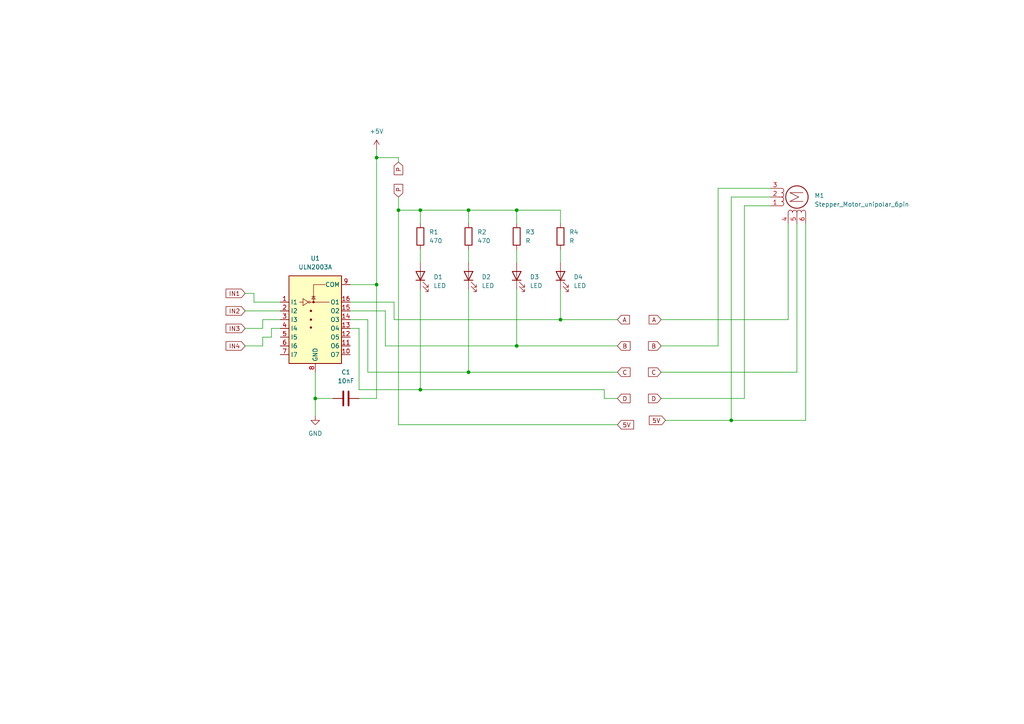
<source format=kicad_sch>
(kicad_sch (version 20231120) (generator "eeschema") (generator_version "8.0")
  (paper "A4")
  (lib_symbols
    (symbol "Device:C" (pin_numbers hide) (pin_names (offset 0.254))
      (property "Reference" "C" (at 0.635 2.54 0))
      (property "Value" "C" (at 0.635 -2.54 0))
      (symbol "C_0_1"
        (polyline (pts (xy -2.032 -0.762) (xy 2.032 -0.762)) (stroke (width 0.508)))
        (polyline (pts (xy -2.032 0.762) (xy 2.032 0.762)) (stroke (width 0.508)))
      )
      (symbol "C_1_1"
        (pin passive line (at 0 3.81 270) (length 2.794) (name "~") (number "1"))
        (pin passive line (at 0 -3.81 90) (length 2.794) (name "~") (number "2"))
      )
    )
    (symbol "Device:LED" (pin_numbers hide) (pin_names (offset 1.016) hide)
      (property "Reference" "D" (at 0 2.54 0))
      (property "Value" "LED" (at 0 -2.54 0))
      (symbol "LED_0_1"
        (polyline (pts (xy -1.27 -1.27) (xy -1.27 1.27)) (stroke (width 0.254)))
        (polyline (pts (xy -1.27 0) (xy 1.27 0)))
        (polyline (pts (xy 1.27 -1.27) (xy 1.27 1.27) (xy -1.27 0) (xy 1.27 -1.27)) (stroke (width 0.254)))
        (polyline (pts (xy -3.048 -0.762) (xy -4.572 -2.286) (xy -3.81 -2.286) (xy -4.572 -2.286) (xy -4.572 -1.524)))
        (polyline (pts (xy -1.778 -0.762) (xy -3.302 -2.286) (xy -2.54 -2.286) (xy -3.302 -2.286) (xy -3.302 -1.524)))
      )
      (symbol "LED_1_1"
        (pin passive line (at -3.81 0 0) (length 2.54) (name "K") (number "1"))
        (pin passive line (at 3.81 0 180) (length 2.54) (name "A") (number "2"))
      )
    )
    (symbol "Device:R" (pin_numbers hide) (pin_names (offset 0))
      (property "Reference" "R" (at 2.032 0 90))
      (property "Value" "R" (at 0 0 90))
      (symbol "R_0_1"
        (rectangle (start -1.016 -2.54) (end 1.016 2.54) (stroke (width 0.254)))
      )
      (symbol "R_1_1"
        (pin passive line (at 0 3.81 270) (length 1.27) (name "~") (number "1"))
        (pin passive line (at 0 -3.81 90) (length 1.27) (name "~") (number "2"))
      )
    )
    (symbol "Motor:Stepper_Motor_unipolar_6pin" (pin_names (offset 0) hide)
      (property "Reference" "M" (at 3.81 2.54 0))
      (property "Value" "Stepper_Motor_unipolar_6pin" (at 3.81 1.27 0))
      (symbol "Stepper_Motor_unipolar_6pin_0_0"
        (polyline (pts (xy -1.27 -1.778) (xy -1.27 2.032) (xy 0 -0.508) (xy 1.27 2.032) (xy 1.27 -1.778)))
      )
      (symbol "Stepper_Motor_unipolar_6pin_0_1"
        (arc (start -4.445 -2.54) (mid -3.8127 -1.905) (end -4.445 -1.27))
        (arc (start -4.445 -1.27) (mid -3.8127 -0.635) (end -4.445 0))
        (arc (start -4.445 0) (mid -3.8127 0.635) (end -4.445 1.27))
        (arc (start -4.445 1.27) (mid -3.8127 1.905) (end -4.445 2.54))
        (arc (start -2.54 4.445) (mid -1.905 3.8127) (end -1.27 4.445))
        (arc (start -1.27 4.445) (mid -0.635 3.8127) (end 0 4.445))
        (polyline (pts (xy -5.08 -2.54) (xy -4.445 -2.54)))
        (polyline (pts (xy -5.08 2.54) (xy -4.445 2.54)))
        (polyline (pts (xy -4.445 0) (xy -5.08 0)))
        (polyline (pts (xy -2.54 4.445) (xy -2.54 5.08)))
        (polyline (pts (xy 0 4.445) (xy 0 5.08)))
        (polyline (pts (xy 2.54 4.445) (xy 2.54 5.08)))
        (circle (center 0 0) (radius 3.2512) (stroke (width 0.254)))
        (arc (start 0 4.445) (mid 0.635 3.8127) (end 1.27 4.445))
        (arc (start 1.27 4.445) (mid 1.905 3.8127) (end 2.54 4.445))
      )
      (symbol "Stepper_Motor_unipolar_6pin_1_1"
        (pin passive line (at -2.54 7.62 270) (length 2.54) (name "~") (number "1"))
        (pin passive line (at 0 7.62 270) (length 2.54) (name "~") (number "2"))
        (pin passive line (at 2.54 7.62 270) (length 2.54) (name "-") (number "3"))
        (pin passive line (at -7.62 2.54 0) (length 2.54) (name "~") (number "4"))
        (pin passive line (at -7.62 0 0) (length 2.54) (name "~") (number "5"))
        (pin passive line (at -7.62 -2.54 0) (length 2.54) (name "~") (number "6"))
      )
    )
    (symbol "Transistor_Array:ULN2003A"
      (property "Reference" "U" (at 0 15.875 0))
      (property "Value" "ULN2003A" (at 0 13.97 0))
      (symbol "ULN2003A_0_1"
        (rectangle (start -7.62 -12.7) (end 7.62 12.7) (stroke (width 0.254)) (fill (type background)))
        (circle (center -1.778 5.08) (radius 0.254))
        (circle (center -1.27 -2.286) (radius 0.254) (fill (type outline)))
        (circle (center -1.27 0) (radius 0.254) (fill (type outline)))
        (circle (center -1.27 2.54) (radius 0.254) (fill (type outline)))
        (circle (center -0.508 5.08) (radius 0.254) (fill (type outline)))
        (polyline (pts (xy -4.572 5.08) (xy -3.556 5.08)))
        (polyline (pts (xy -1.524 5.08) (xy 4.064 5.08)))
        (polyline (pts (xy 0 6.731) (xy -1.016 6.731)))
        (polyline (pts (xy -0.508 5.08) (xy -0.508 10.16) (xy 2.921 10.16)))
        (polyline (pts (xy -3.556 6.096) (xy -3.556 4.064) (xy -2.032 5.08) (xy -3.556 6.096)))
        (polyline (pts (xy 0 5.969) (xy -1.016 5.969) (xy -0.508 6.731) (xy 0 5.969)))
      )
      (symbol "ULN2003A_1_1"
        (pin input line (at -10.16 5.08 0) (length 2.54) (name "I1") (number "1"))
        (pin open_collector line (at 10.16 -10.16 180) (length 2.54) (name "O7") (number "10"))
        (pin open_collector line (at 10.16 -7.62 180) (length 2.54) (name "O6") (number "11"))
        (pin open_collector line (at 10.16 -5.08 180) (length 2.54) (name "O5") (number "12"))
        (pin open_collector line (at 10.16 -2.54 180) (length 2.54) (name "O4") (number "13"))
        (pin open_collector line (at 10.16 0 180) (length 2.54) (name "O3") (number "14"))
        (pin open_collector line (at 10.16 2.54 180) (length 2.54) (name "O2") (number "15"))
        (pin open_collector line (at 10.16 5.08 180) (length 2.54) (name "O1") (number "16"))
        (pin input line (at -10.16 2.54 0) (length 2.54) (name "I2") (number "2"))
        (pin input line (at -10.16 0 0) (length 2.54) (name "I3") (number "3"))
        (pin input line (at -10.16 -2.54 0) (length 2.54) (name "I4") (number "4"))
        (pin input line (at -10.16 -5.08 0) (length 2.54) (name "I5") (number "5"))
        (pin input line (at -10.16 -7.62 0) (length 2.54) (name "I6") (number "6"))
        (pin input line (at -10.16 -10.16 0) (length 2.54) (name "I7") (number "7"))
        (pin power_in line (at 0 -15.24 90) (length 2.54) (name "GND") (number "8"))
        (pin passive line (at 10.16 10.16 180) (length 2.54) (name "COM") (number "9"))
      )
    )
    (symbol "power:+5V" (power) (pin_numbers hide) (pin_names (offset 0) hide)
      (property "Value" "+5V" (at 0 3.556 0))
      (symbol "+5V_0_1"
        (polyline (pts (xy -0.762 1.27) (xy 0 2.54)))
        (polyline (pts (xy 0 0) (xy 0 2.54)))
        (polyline (pts (xy 0 2.54) (xy 0.762 1.27)))
      )
      (symbol "+5V_1_1"
        (pin power_in line (at 0 0 90) (length 0) (name "~") (number "1"))
      )
    )
    (symbol "power:GND" (power) (pin_numbers hide) (pin_names (offset 0) hide)
      (property "Value" "GND" (at 0 -3.81 0))
      (symbol "GND_0_1"
        (polyline (pts (xy 0 0) (xy 0 -1.27) (xy 1.27 -1.27) (xy 0 -2.54) (xy -1.27 -1.27) (xy 0 -1.27)))
      )
      (symbol "GND_1_1"
        (pin power_in line (at 0 0 270) (length 0) (name "~") (number "1"))
      )
    )
  )
  (junction (at 109.22 45.72))
  (junction (at 212.09 121.92))
  (junction (at 149.86 60.96))
  (junction (at 91.44 115.57))
  (junction (at 162.56 92.71))
  (junction (at 135.89 107.95))
  (junction (at 109.22 82.55))
  (junction (at 121.92 60.96))
  (junction (at 121.92 113.03))
  (junction (at 149.86 100.33))
  (junction (at 135.89 60.96))
  (junction (at 115.57 60.96))
  (wire (pts (xy 149.86 100.33) (xy 179.07 100.33)))
  (wire (pts (xy 208.28 54.61) (xy 208.28 100.33)))
  (wire (pts (xy 135.89 60.96) (xy 149.86 60.96)))
  (wire (pts (xy 135.89 72.39) (xy 135.89 76.2)))
  (wire (pts (xy 109.22 45.72) (xy 115.57 45.72)))
  (wire (pts (xy 175.26 115.57) (xy 179.07 115.57)))
  (wire (pts (xy 115.57 123.19) (xy 115.57 60.96)))
  (wire (pts (xy 135.89 107.95) (xy 179.07 107.95)))
  (wire (pts (xy 228.6 64.77) (xy 228.6 92.71)))
  (wire (pts (xy 149.86 83.82) (xy 149.86 100.33)))
  (wire (pts (xy 101.6 95.25) (xy 104.14 95.25)))
  (wire (pts (xy 91.44 115.57) (xy 96.52 115.57)))
  (wire (pts (xy 231.14 64.77) (xy 231.14 107.95)))
  (wire (pts (xy 231.14 107.95) (xy 191.77 107.95)))
  (wire (pts (xy 223.52 59.69) (xy 215.9 59.69)))
  (wire (pts (xy 162.56 72.39) (xy 162.56 76.2)))
  (wire (pts (xy 109.22 82.55) (xy 109.22 115.57)))
  (wire (pts (xy 228.6 92.71) (xy 191.77 92.71)))
  (wire (pts (xy 71.12 90.17) (xy 81.28 90.17)))
  (wire (pts (xy 73.66 87.63) (xy 81.28 87.63)))
  (wire (pts (xy 78.74 95.25) (xy 81.28 95.25)))
  (wire (pts (xy 233.68 64.77) (xy 233.68 121.92)))
  (wire (pts (xy 114.3 87.63) (xy 114.3 92.71)))
  (wire (pts (xy 115.57 57.15) (xy 115.57 60.96)))
  (wire (pts (xy 175.26 113.03) (xy 175.26 115.57)))
  (wire (pts (xy 76.2 100.33) (xy 76.2 97.79)))
  (wire (pts (xy 162.56 83.82) (xy 162.56 92.71)))
  (wire (pts (xy 71.12 95.25) (xy 76.2 95.25)))
  (wire (pts (xy 71.12 85.09) (xy 73.66 85.09)))
  (wire (pts (xy 162.56 64.77) (xy 162.56 60.96)))
  (wire (pts (xy 215.9 59.69) (xy 215.9 115.57)))
  (wire (pts (xy 101.6 90.17) (xy 111.76 90.17)))
  (wire (pts (xy 233.68 121.92) (xy 212.09 121.92)))
  (wire (pts (xy 101.6 92.71) (xy 106.68 92.71)))
  (wire (pts (xy 223.52 54.61) (xy 208.28 54.61)))
  (wire (pts (xy 162.56 92.71) (xy 179.07 92.71)))
  (wire (pts (xy 212.09 57.15) (xy 212.09 121.92)))
  (wire (pts (xy 101.6 87.63) (xy 114.3 87.63)))
  (wire (pts (xy 109.22 45.72) (xy 109.22 82.55)))
  (wire (pts (xy 135.89 83.82) (xy 135.89 107.95)))
  (wire (pts (xy 101.6 82.55) (xy 109.22 82.55)))
  (wire (pts (xy 76.2 92.71) (xy 81.28 92.71)))
  (wire (pts (xy 121.92 113.03) (xy 175.26 113.03)))
  (wire (pts (xy 106.68 92.71) (xy 106.68 107.95)))
  (wire (pts (xy 121.92 83.82) (xy 121.92 113.03)))
  (wire (pts (xy 109.22 115.57) (xy 104.14 115.57)))
  (wire (pts (xy 104.14 95.25) (xy 104.14 113.03)))
  (wire (pts (xy 111.76 90.17) (xy 111.76 100.33)))
  (wire (pts (xy 121.92 64.77) (xy 121.92 60.96)))
  (wire (pts (xy 71.12 100.33) (xy 76.2 100.33)))
  (wire (pts (xy 111.76 100.33) (xy 149.86 100.33)))
  (wire (pts (xy 106.68 107.95) (xy 135.89 107.95)))
  (wire (pts (xy 179.07 123.19) (xy 115.57 123.19)))
  (wire (pts (xy 208.28 100.33) (xy 191.77 100.33)))
  (wire (pts (xy 149.86 60.96) (xy 162.56 60.96)))
  (wire (pts (xy 115.57 46.99) (xy 115.57 45.72)))
  (wire (pts (xy 73.66 85.09) (xy 73.66 87.63)))
  (wire (pts (xy 149.86 64.77) (xy 149.86 60.96)))
  (wire (pts (xy 109.22 43.18) (xy 109.22 45.72)))
  (wire (pts (xy 91.44 107.95) (xy 91.44 115.57)))
  (wire (pts (xy 76.2 95.25) (xy 76.2 92.71)))
  (wire (pts (xy 104.14 113.03) (xy 121.92 113.03)))
  (wire (pts (xy 114.3 92.71) (xy 162.56 92.71)))
  (wire (pts (xy 121.92 60.96) (xy 135.89 60.96)))
  (wire (pts (xy 135.89 64.77) (xy 135.89 60.96)))
  (wire (pts (xy 78.74 97.79) (xy 78.74 95.25)))
  (wire (pts (xy 223.52 57.15) (xy 212.09 57.15)))
  (wire (pts (xy 91.44 115.57) (xy 91.44 120.65)))
  (wire (pts (xy 149.86 72.39) (xy 149.86 76.2)))
  (wire (pts (xy 212.09 121.92) (xy 193.04 121.92)))
  (wire (pts (xy 215.9 115.57) (xy 191.77 115.57)))
  (wire (pts (xy 115.57 60.96) (xy 121.92 60.96)))
  (wire (pts (xy 121.92 72.39) (xy 121.92 76.2)))
  (wire (pts (xy 76.2 97.79) (xy 78.74 97.79)))
  (global_label "B" (shape input) (at 179.07 100.33 0) (property "Intersheetrefs" "${INTERSHEET_REFS}" (effects (hide yes))))
  (global_label "5V" (shape input) (at 179.07 123.19 0) (property "Intersheetrefs" "${INTERSHEET_REFS}" (effects (hide yes))))
  (global_label "IN3" (shape input) (at 71.12 95.25 180) (property "Intersheetrefs" "${INTERSHEET_REFS}" (effects (hide yes))))
  (global_label "C" (shape input) (at 191.77 107.95 180) (property "Intersheetrefs" "${INTERSHEET_REFS}" (effects (hide yes))))
  (global_label "IN2" (shape input) (at 71.12 90.17 180) (property "Intersheetrefs" "${INTERSHEET_REFS}" (effects (hide yes))))
  (global_label "B" (shape input) (at 191.77 100.33 180) (property "Intersheetrefs" "${INTERSHEET_REFS}" (effects (hide yes))))
  (global_label "A" (shape input) (at 191.77 92.71 180) (property "Intersheetrefs" "${INTERSHEET_REFS}" (effects (hide yes))))
  (global_label "5V" (shape input) (at 193.04 121.92 180) (property "Intersheetrefs" "${INTERSHEET_REFS}" (effects (hide yes))))
  (global_label "A" (shape input) (at 179.07 92.71 0) (property "Intersheetrefs" "${INTERSHEET_REFS}" (effects (hide yes))))
  (global_label "IN4" (shape input) (at 71.12 100.33 180) (property "Intersheetrefs" "${INTERSHEET_REFS}" (effects (hide yes))))
  (global_label "C" (shape input) (at 179.07 107.95 0) (property "Intersheetrefs" "${INTERSHEET_REFS}" (effects (hide yes))))
  (global_label "D" (shape input) (at 179.07 115.57 0) (property "Intersheetrefs" "${INTERSHEET_REFS}" (effects (hide yes))))
  (global_label "D" (shape input) (at 191.77 115.57 180) (property "Intersheetrefs" "${INTERSHEET_REFS}" (effects (hide yes))))
  (global_label "IN1" (shape input) (at 71.12 85.09 180) (property "Intersheetrefs" "${INTERSHEET_REFS}" (effects (hide yes))))
  (global_label "P" (shape input) (at 115.57 46.99 270) (property "Intersheetrefs" "${INTERSHEET_REFS}" (effects (hide yes))))
  (global_label "P" (shape input) (at 115.57 57.15 90) (property "Intersheetrefs" "${INTERSHEET_REFS}" (effects (hide yes))))
  (symbol (lib_id "Device:R") (at 121.92 68.58 0) (unit 1)
    (property "Reference" "R1" (at 124.46 67.3099 0) (effects (justify left)))
    (property "Value" "470" (at 124.46 69.8499 0) (effects (justify left)))
    (property "Footprint" "Resistor_SMD:R_0402_1005Metric" (effects (hide yes)))
    (property "Description" "Resistor" (effects (hide yes)))
  )
  (symbol (lib_id "Device:R") (at 162.56 68.58 0) (unit 1)
    (property "Reference" "R4" (at 165.1 67.3099 0) (effects (justify left)))
    (property "Value" "R" (at 165.1 69.8499 0) (effects (justify left)))
    (property "Footprint" "Resistor_SMD:R_0402_1005Metric" (effects (hide yes)))
    (property "Description" "Resistor" (effects (hide yes)))
  )
  (symbol (lib_id "Device:LED") (at 121.92 80.01 90) (unit 1)
    (property "Reference" "D1" (at 125.73 80.3274 90) (effects (justify right)))
    (property "Value" "LED" (at 125.73 82.8674 90) (effects (justify right)))
    (property "Footprint" "LED_THT:LED_D3.0mm" (effects (hide yes)))
    (property "Description" "Light emitting diode" (effects (hide yes)))
  )
  (symbol (lib_id "Motor:Stepper_Motor_unipolar_6pin") (at 231.14 57.15 90) (unit 1)
    (property "Reference" "M1" (at 236.22 56.7308 90) (effects (justify right)))
    (property "Value" "Stepper_Motor_unipolar_6pin" (at 236.22 59.2708 90) (effects (justify right)))
    (property "Footprint" "Connector_PinSocket_1.00mm:PinSocket_1x06_P1.00mm_Vertical" (effects (hide yes)))
    (property "Datasheet" "http://www.infineon.com/dgdl/Application-Note-TLE8110EE_driving_UniPolarStepperMotor_V1.1.pdf?fileId=db3a30431be39b97011be5d0aa0a00b0" (effects (hide yes)))
    (property "Description" "6-wire unipolar stepper motor" (effects (hide yes)))
  )
  (symbol (lib_id "Device:LED") (at 162.56 80.01 90) (unit 1)
    (property "Reference" "D4" (at 166.37 80.3274 90) (effects (justify right)))
    (property "Value" "LED" (at 166.37 82.8674 90) (effects (justify right)))
    (property "Footprint" "LED_THT:LED_D3.0mm" (effects (hide yes)))
    (property "Description" "Light emitting diode" (effects (hide yes)))
  )
  (symbol (lib_id "Device:C") (at 100.33 115.57 90) (unit 1)
    (property "Reference" "C1" (at 100.33 107.95 90))
    (property "Value" "10nF" (at 100.33 110.49 90))
    (property "Footprint" "Capacitor_SMD:C_0402_1005Metric" (effects (hide yes)))
    (property "Description" "Unpolarized capacitor" (effects (hide yes)))
  )
  (symbol (lib_id "Device:R") (at 135.89 68.58 0) (unit 1)
    (property "Reference" "R2" (at 138.43 67.3099 0) (effects (justify left)))
    (property "Value" "470" (at 138.43 69.8499 0) (effects (justify left)))
    (property "Footprint" "Resistor_SMD:R_0402_1005Metric" (effects (hide yes)))
    (property "Description" "Resistor" (effects (hide yes)))
  )
  (symbol (lib_id "power:GND") (at 91.44 120.65 0) (unit 1)
    (property "Reference" "#PWR02" (effects (hide yes)))
    (property "Value" "GND" (at 91.44 125.73 0))
    (property "Description" "Power symbol creates a global label with name \"GND\" , ground" (effects (hide yes)))
  )
  (symbol (lib_id "Device:LED") (at 135.89 80.01 90) (unit 1)
    (property "Reference" "D2" (at 139.7 80.3274 90) (effects (justify right)))
    (property "Value" "LED" (at 139.7 82.8674 90) (effects (justify right)))
    (property "Footprint" "LED_THT:LED_D3.0mm" (effects (hide yes)))
    (property "Description" "Light emitting diode" (effects (hide yes)))
  )
  (symbol (lib_id "Device:R") (at 149.86 68.58 0) (unit 1)
    (property "Reference" "R3" (at 152.4 67.3099 0) (effects (justify left)))
    (property "Value" "R" (at 152.4 69.8499 0) (effects (justify left)))
    (property "Footprint" "Resistor_SMD:R_0402_1005Metric" (effects (hide yes)))
    (property "Description" "Resistor" (effects (hide yes)))
  )
  (symbol (lib_id "Device:LED") (at 149.86 80.01 90) (unit 1)
    (property "Reference" "D3" (at 153.67 80.3274 90) (effects (justify right)))
    (property "Value" "LED" (at 153.67 82.8674 90) (effects (justify right)))
    (property "Footprint" "LED_THT:LED_D3.0mm" (effects (hide yes)))
    (property "Description" "Light emitting diode" (effects (hide yes)))
  )
  (symbol (lib_id "power:+5V") (at 109.22 43.18 0) (unit 1)
    (property "Reference" "#PWR01" (effects (hide yes)))
    (property "Value" "+5V" (at 109.22 38.1 0))
    (property "Description" "Power symbol creates a global label with name \"+5V\"" (effects (hide yes)))
  )
  (symbol (lib_id "Transistor_Array:ULN2003A") (at 91.44 92.71 0) (unit 1)
    (property "Reference" "U1" (at 91.44 74.93 0))
    (property "Value" "ULN2003A" (at 91.44 77.47 0))
    (property "Footprint" "Package_DIP:DIP-16_W7.62mm" (effects (hide yes)))
    (property "Datasheet" "http://www.ti.com/lit/ds/symlink/uln2003a.pdf" (effects (hide yes)))
    (property "Description" "High Voltage, High Current Darlington Transistor Arrays, SOIC16/SOIC16W/DIP16/TSSOP16" (effects (hide yes)))
  )
)
</source>
